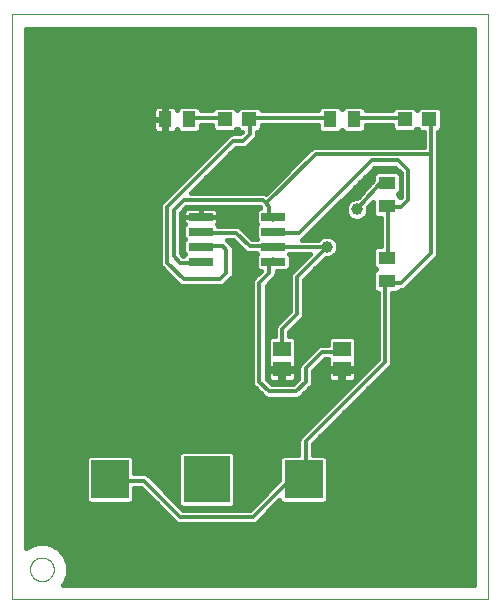
<source format=gtl>
G75*
%MOIN*%
%OFA0B0*%
%FSLAX25Y25*%
%IPPOS*%
%LPD*%
%AMOC8*
5,1,8,0,0,1.08239X$1,22.5*
%
%ADD10C,0.00000*%
%ADD11R,0.15354X0.15354*%
%ADD12R,0.12598X0.12598*%
%ADD13R,0.05906X0.05118*%
%ADD14R,0.08000X0.02600*%
%ADD15R,0.04724X0.04724*%
%ADD16R,0.05512X0.04331*%
%ADD17R,0.04331X0.05512*%
%ADD18C,0.01200*%
%ADD19C,0.01600*%
%ADD20C,0.03962*%
D10*
X0006800Y0006800D02*
X0006800Y0201761D01*
X0165501Y0201761D01*
X0165501Y0006800D01*
X0006800Y0006800D01*
X0012863Y0016800D02*
X0012865Y0016925D01*
X0012871Y0017050D01*
X0012881Y0017174D01*
X0012895Y0017298D01*
X0012912Y0017422D01*
X0012934Y0017545D01*
X0012960Y0017667D01*
X0012989Y0017789D01*
X0013022Y0017909D01*
X0013060Y0018028D01*
X0013100Y0018147D01*
X0013145Y0018263D01*
X0013193Y0018378D01*
X0013245Y0018492D01*
X0013301Y0018604D01*
X0013360Y0018714D01*
X0013422Y0018822D01*
X0013488Y0018929D01*
X0013557Y0019033D01*
X0013630Y0019134D01*
X0013705Y0019234D01*
X0013784Y0019331D01*
X0013866Y0019425D01*
X0013951Y0019517D01*
X0014038Y0019606D01*
X0014129Y0019692D01*
X0014222Y0019775D01*
X0014318Y0019856D01*
X0014416Y0019933D01*
X0014516Y0020007D01*
X0014619Y0020078D01*
X0014724Y0020145D01*
X0014832Y0020210D01*
X0014941Y0020270D01*
X0015052Y0020328D01*
X0015165Y0020381D01*
X0015279Y0020431D01*
X0015395Y0020478D01*
X0015512Y0020520D01*
X0015631Y0020559D01*
X0015751Y0020595D01*
X0015872Y0020626D01*
X0015994Y0020654D01*
X0016116Y0020677D01*
X0016240Y0020697D01*
X0016364Y0020713D01*
X0016488Y0020725D01*
X0016613Y0020733D01*
X0016738Y0020737D01*
X0016862Y0020737D01*
X0016987Y0020733D01*
X0017112Y0020725D01*
X0017236Y0020713D01*
X0017360Y0020697D01*
X0017484Y0020677D01*
X0017606Y0020654D01*
X0017728Y0020626D01*
X0017849Y0020595D01*
X0017969Y0020559D01*
X0018088Y0020520D01*
X0018205Y0020478D01*
X0018321Y0020431D01*
X0018435Y0020381D01*
X0018548Y0020328D01*
X0018659Y0020270D01*
X0018769Y0020210D01*
X0018876Y0020145D01*
X0018981Y0020078D01*
X0019084Y0020007D01*
X0019184Y0019933D01*
X0019282Y0019856D01*
X0019378Y0019775D01*
X0019471Y0019692D01*
X0019562Y0019606D01*
X0019649Y0019517D01*
X0019734Y0019425D01*
X0019816Y0019331D01*
X0019895Y0019234D01*
X0019970Y0019134D01*
X0020043Y0019033D01*
X0020112Y0018929D01*
X0020178Y0018822D01*
X0020240Y0018714D01*
X0020299Y0018604D01*
X0020355Y0018492D01*
X0020407Y0018378D01*
X0020455Y0018263D01*
X0020500Y0018147D01*
X0020540Y0018028D01*
X0020578Y0017909D01*
X0020611Y0017789D01*
X0020640Y0017667D01*
X0020666Y0017545D01*
X0020688Y0017422D01*
X0020705Y0017298D01*
X0020719Y0017174D01*
X0020729Y0017050D01*
X0020735Y0016925D01*
X0020737Y0016800D01*
X0020735Y0016675D01*
X0020729Y0016550D01*
X0020719Y0016426D01*
X0020705Y0016302D01*
X0020688Y0016178D01*
X0020666Y0016055D01*
X0020640Y0015933D01*
X0020611Y0015811D01*
X0020578Y0015691D01*
X0020540Y0015572D01*
X0020500Y0015453D01*
X0020455Y0015337D01*
X0020407Y0015222D01*
X0020355Y0015108D01*
X0020299Y0014996D01*
X0020240Y0014886D01*
X0020178Y0014778D01*
X0020112Y0014671D01*
X0020043Y0014567D01*
X0019970Y0014466D01*
X0019895Y0014366D01*
X0019816Y0014269D01*
X0019734Y0014175D01*
X0019649Y0014083D01*
X0019562Y0013994D01*
X0019471Y0013908D01*
X0019378Y0013825D01*
X0019282Y0013744D01*
X0019184Y0013667D01*
X0019084Y0013593D01*
X0018981Y0013522D01*
X0018876Y0013455D01*
X0018768Y0013390D01*
X0018659Y0013330D01*
X0018548Y0013272D01*
X0018435Y0013219D01*
X0018321Y0013169D01*
X0018205Y0013122D01*
X0018088Y0013080D01*
X0017969Y0013041D01*
X0017849Y0013005D01*
X0017728Y0012974D01*
X0017606Y0012946D01*
X0017484Y0012923D01*
X0017360Y0012903D01*
X0017236Y0012887D01*
X0017112Y0012875D01*
X0016987Y0012867D01*
X0016862Y0012863D01*
X0016738Y0012863D01*
X0016613Y0012867D01*
X0016488Y0012875D01*
X0016364Y0012887D01*
X0016240Y0012903D01*
X0016116Y0012923D01*
X0015994Y0012946D01*
X0015872Y0012974D01*
X0015751Y0013005D01*
X0015631Y0013041D01*
X0015512Y0013080D01*
X0015395Y0013122D01*
X0015279Y0013169D01*
X0015165Y0013219D01*
X0015052Y0013272D01*
X0014941Y0013330D01*
X0014831Y0013390D01*
X0014724Y0013455D01*
X0014619Y0013522D01*
X0014516Y0013593D01*
X0014416Y0013667D01*
X0014318Y0013744D01*
X0014222Y0013825D01*
X0014129Y0013908D01*
X0014038Y0013994D01*
X0013951Y0014083D01*
X0013866Y0014175D01*
X0013784Y0014269D01*
X0013705Y0014366D01*
X0013630Y0014466D01*
X0013557Y0014567D01*
X0013488Y0014671D01*
X0013422Y0014778D01*
X0013360Y0014886D01*
X0013301Y0014996D01*
X0013245Y0015108D01*
X0013193Y0015222D01*
X0013145Y0015337D01*
X0013100Y0015453D01*
X0013060Y0015572D01*
X0013022Y0015691D01*
X0012989Y0015811D01*
X0012960Y0015933D01*
X0012934Y0016055D01*
X0012912Y0016178D01*
X0012895Y0016302D01*
X0012881Y0016426D01*
X0012871Y0016550D01*
X0012865Y0016675D01*
X0012863Y0016800D01*
D11*
X0071800Y0046800D03*
D12*
X0104083Y0046800D03*
X0039517Y0046800D03*
D13*
X0096800Y0083454D03*
X0096800Y0090146D03*
X0116800Y0090146D03*
X0116800Y0083454D03*
D14*
X0093900Y0119300D03*
X0093900Y0124300D03*
X0093900Y0129300D03*
X0093900Y0134300D03*
X0069700Y0134300D03*
X0069700Y0129300D03*
X0069700Y0124300D03*
X0069700Y0119300D03*
D15*
X0077666Y0166800D03*
X0085934Y0166800D03*
X0137666Y0166800D03*
X0145934Y0166800D03*
D16*
X0131800Y0145737D03*
X0131800Y0137863D03*
X0131800Y0120737D03*
X0131800Y0112863D03*
D17*
X0120737Y0166800D03*
X0112863Y0166800D03*
X0065737Y0166800D03*
X0057863Y0166800D03*
D18*
X0065737Y0166800D02*
X0066200Y0167400D01*
X0077200Y0167400D01*
X0077666Y0166800D01*
X0080500Y0159700D02*
X0083800Y0159700D01*
X0086000Y0161900D01*
X0086000Y0166300D01*
X0085934Y0166800D01*
X0086000Y0167400D01*
X0112400Y0167400D01*
X0112863Y0166800D01*
X0120737Y0166800D02*
X0121200Y0167400D01*
X0136600Y0167400D01*
X0137666Y0166800D01*
X0145934Y0166800D02*
X0146500Y0166300D01*
X0146500Y0155300D01*
X0108000Y0155300D01*
X0091500Y0138800D01*
X0090400Y0139900D01*
X0064000Y0139900D01*
X0060700Y0136600D01*
X0060700Y0121200D01*
X0062900Y0119000D01*
X0069500Y0119000D01*
X0069700Y0119300D01*
X0069700Y0124300D02*
X0070600Y0124500D01*
X0077200Y0124500D01*
X0078300Y0123400D01*
X0078300Y0115700D01*
X0076100Y0113500D01*
X0064000Y0113500D01*
X0058500Y0119000D01*
X0058500Y0137700D01*
X0080500Y0159700D01*
X0091500Y0138800D02*
X0092600Y0137700D01*
X0092600Y0134400D01*
X0093700Y0133300D01*
X0093900Y0134300D01*
X0093900Y0129300D02*
X0094800Y0128900D01*
X0102500Y0128900D01*
X0126700Y0153100D01*
X0135500Y0153100D01*
X0138800Y0149800D01*
X0138800Y0139900D01*
X0136600Y0137700D01*
X0132200Y0137700D01*
X0131800Y0137863D01*
X0132200Y0137700D02*
X0132200Y0121200D01*
X0131800Y0120737D01*
X0131800Y0112863D02*
X0131100Y0112400D01*
X0131100Y0086000D01*
X0104700Y0059600D01*
X0104700Y0047500D01*
X0104083Y0046800D01*
X0103600Y0046400D01*
X0099200Y0046400D01*
X0087100Y0034300D01*
X0062900Y0034300D01*
X0050800Y0046400D01*
X0039800Y0046400D01*
X0039517Y0046800D01*
X0089300Y0079400D02*
X0089300Y0112400D01*
X0092600Y0115700D01*
X0092600Y0119000D01*
X0093700Y0120100D01*
X0093900Y0119300D01*
X0093900Y0124300D02*
X0093700Y0124500D01*
X0086000Y0124500D01*
X0081600Y0128900D01*
X0070600Y0128900D01*
X0069700Y0129300D01*
X0093900Y0124300D02*
X0111800Y0124300D01*
X0101800Y0114300D01*
X0101800Y0101800D01*
X0096800Y0096800D01*
X0096800Y0090146D01*
X0104700Y0083800D02*
X0104700Y0079400D01*
X0101400Y0076100D01*
X0092600Y0076100D01*
X0089300Y0079400D01*
X0104700Y0083800D02*
X0110200Y0089300D01*
X0116800Y0089300D01*
X0116800Y0090146D01*
X0132200Y0112400D02*
X0131800Y0112863D01*
X0132200Y0112400D02*
X0136600Y0112400D01*
X0146500Y0122300D01*
X0146500Y0155300D01*
X0131800Y0145737D02*
X0130737Y0146800D01*
X0121800Y0136800D01*
D19*
X0123942Y0133595D02*
X0125005Y0134658D01*
X0125581Y0136048D01*
X0125581Y0137429D01*
X0127244Y0139290D01*
X0127244Y0134952D01*
X0128298Y0133898D01*
X0129800Y0133898D01*
X0129800Y0124702D01*
X0128298Y0124702D01*
X0127244Y0123648D01*
X0127244Y0117826D01*
X0128270Y0116800D01*
X0127244Y0115774D01*
X0127244Y0109952D01*
X0128298Y0108898D01*
X0128700Y0108898D01*
X0128700Y0086994D01*
X0102665Y0060959D01*
X0102300Y0060077D01*
X0102300Y0054899D01*
X0097039Y0054899D01*
X0095984Y0053845D01*
X0095984Y0046578D01*
X0086106Y0036700D01*
X0063894Y0036700D01*
X0052159Y0048435D01*
X0051277Y0048800D01*
X0047616Y0048800D01*
X0047616Y0053845D01*
X0046561Y0054899D01*
X0032472Y0054899D01*
X0031417Y0053845D01*
X0031417Y0039755D01*
X0032472Y0038701D01*
X0046561Y0038701D01*
X0047616Y0039755D01*
X0047616Y0044000D01*
X0049806Y0044000D01*
X0060865Y0032941D01*
X0061541Y0032265D01*
X0062423Y0031900D01*
X0087577Y0031900D01*
X0088459Y0032265D01*
X0095984Y0039790D01*
X0095984Y0039755D01*
X0097039Y0038701D01*
X0111128Y0038701D01*
X0112183Y0039755D01*
X0112183Y0053845D01*
X0111128Y0054899D01*
X0107100Y0054899D01*
X0107100Y0058606D01*
X0132459Y0083965D01*
X0133135Y0084641D01*
X0133500Y0085523D01*
X0133500Y0108898D01*
X0135301Y0108898D01*
X0136356Y0109952D01*
X0136356Y0110000D01*
X0137077Y0110000D01*
X0137959Y0110365D01*
X0138635Y0111041D01*
X0148535Y0120941D01*
X0148900Y0121823D01*
X0148900Y0162638D01*
X0149042Y0162638D01*
X0150096Y0163692D01*
X0150096Y0169908D01*
X0149042Y0170962D01*
X0142826Y0170962D01*
X0141800Y0169936D01*
X0140774Y0170962D01*
X0134558Y0170962D01*
X0133504Y0169908D01*
X0133504Y0169800D01*
X0124702Y0169800D01*
X0124702Y0170301D01*
X0123648Y0171356D01*
X0117826Y0171356D01*
X0116800Y0170330D01*
X0115774Y0171356D01*
X0109952Y0171356D01*
X0108898Y0170301D01*
X0108898Y0169800D01*
X0090096Y0169800D01*
X0090096Y0169908D01*
X0089042Y0170962D01*
X0082826Y0170962D01*
X0081800Y0169936D01*
X0080774Y0170962D01*
X0074558Y0170962D01*
X0073504Y0169908D01*
X0073504Y0169800D01*
X0069702Y0169800D01*
X0069702Y0170301D01*
X0068648Y0171356D01*
X0062826Y0171356D01*
X0061772Y0170301D01*
X0061772Y0170004D01*
X0061706Y0170251D01*
X0061469Y0170661D01*
X0061134Y0170996D01*
X0060723Y0171233D01*
X0060265Y0171356D01*
X0058146Y0171356D01*
X0058146Y0167083D01*
X0057580Y0167083D01*
X0057580Y0171356D01*
X0055461Y0171356D01*
X0055003Y0171233D01*
X0054592Y0170996D01*
X0054257Y0170661D01*
X0054020Y0170251D01*
X0053898Y0169793D01*
X0053898Y0167083D01*
X0057580Y0167083D01*
X0057580Y0166517D01*
X0058146Y0166517D01*
X0058146Y0162244D01*
X0060265Y0162244D01*
X0060723Y0162367D01*
X0061134Y0162604D01*
X0061469Y0162939D01*
X0061706Y0163349D01*
X0061772Y0163596D01*
X0061772Y0163298D01*
X0062826Y0162244D01*
X0068648Y0162244D01*
X0069702Y0163298D01*
X0069702Y0165000D01*
X0073504Y0165000D01*
X0073504Y0163692D01*
X0074558Y0162638D01*
X0080774Y0162638D01*
X0081800Y0163664D01*
X0082826Y0162638D01*
X0083344Y0162638D01*
X0082806Y0162100D01*
X0080023Y0162100D01*
X0079141Y0161735D01*
X0078465Y0161059D01*
X0056465Y0139059D01*
X0056100Y0138177D01*
X0056100Y0118523D01*
X0056465Y0117641D01*
X0057141Y0116965D01*
X0062641Y0111465D01*
X0063523Y0111100D01*
X0076577Y0111100D01*
X0077459Y0111465D01*
X0078135Y0112141D01*
X0080335Y0114341D01*
X0080700Y0115223D01*
X0080700Y0123877D01*
X0080335Y0124759D01*
X0079659Y0125435D01*
X0078594Y0126500D01*
X0080606Y0126500D01*
X0083965Y0123141D01*
X0084641Y0122465D01*
X0085523Y0122100D01*
X0088254Y0122100D01*
X0088554Y0121800D01*
X0088100Y0121346D01*
X0088100Y0117254D01*
X0089154Y0116200D01*
X0089706Y0116200D01*
X0087265Y0113759D01*
X0086900Y0112877D01*
X0086900Y0078923D01*
X0087265Y0078041D01*
X0087941Y0077365D01*
X0091241Y0074065D01*
X0092123Y0073700D01*
X0101877Y0073700D01*
X0102759Y0074065D01*
X0103435Y0074741D01*
X0106735Y0078041D01*
X0107100Y0078923D01*
X0107100Y0082806D01*
X0111194Y0086900D01*
X0112047Y0086900D01*
X0112047Y0086842D01*
X0112174Y0086715D01*
X0112170Y0086707D01*
X0112047Y0086250D01*
X0112047Y0083933D01*
X0116320Y0083933D01*
X0116320Y0082974D01*
X0112047Y0082974D01*
X0112047Y0080658D01*
X0112170Y0080200D01*
X0112407Y0079789D01*
X0112742Y0079454D01*
X0113152Y0079217D01*
X0113610Y0079094D01*
X0116320Y0079094D01*
X0116320Y0082974D01*
X0117280Y0082974D01*
X0117280Y0083933D01*
X0121553Y0083933D01*
X0121553Y0086250D01*
X0121430Y0086707D01*
X0121426Y0086715D01*
X0121553Y0086842D01*
X0121553Y0093451D01*
X0120498Y0094505D01*
X0113102Y0094505D01*
X0112047Y0093451D01*
X0112047Y0091700D01*
X0109723Y0091700D01*
X0108841Y0091335D01*
X0103341Y0085835D01*
X0102665Y0085159D01*
X0102300Y0084277D01*
X0102300Y0080394D01*
X0100406Y0078500D01*
X0093594Y0078500D01*
X0091700Y0080394D01*
X0091700Y0111406D01*
X0093959Y0113665D01*
X0094635Y0114341D01*
X0095000Y0115223D01*
X0095000Y0116200D01*
X0098646Y0116200D01*
X0099700Y0117254D01*
X0099700Y0121346D01*
X0099246Y0121800D01*
X0099346Y0121900D01*
X0106006Y0121900D01*
X0099765Y0115659D01*
X0099400Y0114777D01*
X0099400Y0102794D01*
X0094765Y0098159D01*
X0094400Y0097277D01*
X0094400Y0094505D01*
X0093102Y0094505D01*
X0092047Y0093451D01*
X0092047Y0086842D01*
X0092174Y0086715D01*
X0092170Y0086707D01*
X0092047Y0086250D01*
X0092047Y0083933D01*
X0096320Y0083933D01*
X0096320Y0082974D01*
X0092047Y0082974D01*
X0092047Y0080658D01*
X0092170Y0080200D01*
X0092407Y0079789D01*
X0092742Y0079454D01*
X0093152Y0079217D01*
X0093610Y0079094D01*
X0096320Y0079094D01*
X0096320Y0082974D01*
X0097280Y0082974D01*
X0097280Y0083933D01*
X0101553Y0083933D01*
X0101553Y0086250D01*
X0101430Y0086707D01*
X0101426Y0086715D01*
X0101553Y0086842D01*
X0101553Y0093451D01*
X0100498Y0094505D01*
X0099200Y0094505D01*
X0099200Y0095806D01*
X0103159Y0099765D01*
X0103835Y0100441D01*
X0104200Y0101323D01*
X0104200Y0113306D01*
X0111413Y0120519D01*
X0112552Y0120519D01*
X0113942Y0121095D01*
X0115005Y0122158D01*
X0115581Y0123548D01*
X0115581Y0125052D01*
X0115005Y0126442D01*
X0113942Y0127505D01*
X0112552Y0128081D01*
X0111048Y0128081D01*
X0109658Y0127505D01*
X0108853Y0126700D01*
X0103460Y0126700D01*
X0103859Y0126865D01*
X0104535Y0127541D01*
X0127694Y0150700D01*
X0134506Y0150700D01*
X0136400Y0148806D01*
X0136400Y0140894D01*
X0136318Y0140812D01*
X0135330Y0141800D01*
X0136356Y0142826D01*
X0136356Y0148648D01*
X0135301Y0149702D01*
X0128298Y0149702D01*
X0127244Y0148648D01*
X0127244Y0146493D01*
X0121960Y0140581D01*
X0121048Y0140581D01*
X0119658Y0140005D01*
X0118595Y0138942D01*
X0118019Y0137552D01*
X0118019Y0136048D01*
X0118595Y0134658D01*
X0119658Y0133595D01*
X0121048Y0133019D01*
X0122552Y0133019D01*
X0123942Y0133595D01*
X0122705Y0133082D02*
X0129800Y0133082D01*
X0129800Y0131484D02*
X0108478Y0131484D01*
X0110076Y0133082D02*
X0120895Y0133082D01*
X0118585Y0134681D02*
X0111675Y0134681D01*
X0113274Y0136279D02*
X0118019Y0136279D01*
X0118154Y0137878D02*
X0114872Y0137878D01*
X0116471Y0139476D02*
X0119129Y0139476D01*
X0118069Y0141075D02*
X0122402Y0141075D01*
X0123830Y0142673D02*
X0119668Y0142673D01*
X0121266Y0144272D02*
X0125259Y0144272D01*
X0126688Y0145870D02*
X0122865Y0145870D01*
X0124463Y0147469D02*
X0127244Y0147469D01*
X0127664Y0149068D02*
X0126062Y0149068D01*
X0127660Y0150666D02*
X0134540Y0150666D01*
X0135936Y0149068D02*
X0136138Y0149068D01*
X0136356Y0147469D02*
X0136400Y0147469D01*
X0136356Y0145870D02*
X0136400Y0145870D01*
X0136356Y0144272D02*
X0136400Y0144272D01*
X0136400Y0142673D02*
X0136203Y0142673D01*
X0136055Y0141075D02*
X0136400Y0141075D01*
X0127244Y0137878D02*
X0125982Y0137878D01*
X0125581Y0136279D02*
X0127244Y0136279D01*
X0127515Y0134681D02*
X0125015Y0134681D01*
X0129800Y0129885D02*
X0106879Y0129885D01*
X0105281Y0128287D02*
X0129800Y0128287D01*
X0129800Y0126688D02*
X0114759Y0126688D01*
X0115565Y0125090D02*
X0129800Y0125090D01*
X0127244Y0123491D02*
X0115558Y0123491D01*
X0114740Y0121893D02*
X0127244Y0121893D01*
X0127244Y0120294D02*
X0111188Y0120294D01*
X0109590Y0118696D02*
X0127244Y0118696D01*
X0127973Y0117097D02*
X0107991Y0117097D01*
X0106393Y0115499D02*
X0127244Y0115499D01*
X0127244Y0113900D02*
X0104794Y0113900D01*
X0104200Y0112302D02*
X0127244Y0112302D01*
X0127244Y0110703D02*
X0104200Y0110703D01*
X0104200Y0109105D02*
X0128091Y0109105D01*
X0128700Y0107506D02*
X0104200Y0107506D01*
X0104200Y0105908D02*
X0128700Y0105908D01*
X0128700Y0104309D02*
X0104200Y0104309D01*
X0104200Y0102711D02*
X0128700Y0102711D01*
X0128700Y0101112D02*
X0104113Y0101112D01*
X0102908Y0099514D02*
X0128700Y0099514D01*
X0128700Y0097915D02*
X0101309Y0097915D01*
X0099711Y0096317D02*
X0128700Y0096317D01*
X0128700Y0094718D02*
X0099200Y0094718D01*
X0101553Y0093120D02*
X0112047Y0093120D01*
X0109291Y0091521D02*
X0101553Y0091521D01*
X0101553Y0089923D02*
X0107428Y0089923D01*
X0105830Y0088324D02*
X0101553Y0088324D01*
X0101436Y0086726D02*
X0104231Y0086726D01*
X0102652Y0085127D02*
X0101553Y0085127D01*
X0102300Y0083529D02*
X0097280Y0083529D01*
X0097280Y0082974D02*
X0101553Y0082974D01*
X0101553Y0080658D01*
X0101430Y0080200D01*
X0101193Y0079789D01*
X0100858Y0079454D01*
X0100448Y0079217D01*
X0099990Y0079094D01*
X0097280Y0079094D01*
X0097280Y0082974D01*
X0097280Y0081930D02*
X0096320Y0081930D01*
X0096320Y0080332D02*
X0097280Y0080332D01*
X0100639Y0078733D02*
X0093361Y0078733D01*
X0092135Y0080332D02*
X0091763Y0080332D01*
X0091700Y0081930D02*
X0092047Y0081930D01*
X0091700Y0083529D02*
X0096320Y0083529D01*
X0092047Y0085127D02*
X0091700Y0085127D01*
X0091700Y0086726D02*
X0092163Y0086726D01*
X0092047Y0088324D02*
X0091700Y0088324D01*
X0091700Y0089923D02*
X0092047Y0089923D01*
X0092047Y0091521D02*
X0091700Y0091521D01*
X0091700Y0093120D02*
X0092047Y0093120D01*
X0091700Y0094718D02*
X0094400Y0094718D01*
X0094400Y0096317D02*
X0091700Y0096317D01*
X0091700Y0097915D02*
X0094664Y0097915D01*
X0096120Y0099514D02*
X0091700Y0099514D01*
X0091700Y0101112D02*
X0097718Y0101112D01*
X0099317Y0102711D02*
X0091700Y0102711D01*
X0091700Y0104309D02*
X0099400Y0104309D01*
X0099400Y0105908D02*
X0091700Y0105908D01*
X0091700Y0107506D02*
X0099400Y0107506D01*
X0099400Y0109105D02*
X0091700Y0109105D01*
X0091700Y0110703D02*
X0099400Y0110703D01*
X0099400Y0112302D02*
X0092596Y0112302D01*
X0094194Y0113900D02*
X0099400Y0113900D01*
X0099699Y0115499D02*
X0095000Y0115499D01*
X0099543Y0117097D02*
X0101203Y0117097D01*
X0099700Y0118696D02*
X0102802Y0118696D01*
X0104400Y0120294D02*
X0099700Y0120294D01*
X0099338Y0121893D02*
X0105999Y0121893D01*
X0104535Y0127541D02*
X0104535Y0127541D01*
X0091393Y0142087D02*
X0105965Y0156659D01*
X0106641Y0157335D01*
X0107523Y0157700D01*
X0144100Y0157700D01*
X0144100Y0162638D01*
X0142826Y0162638D01*
X0141800Y0163664D01*
X0140774Y0162638D01*
X0134558Y0162638D01*
X0133504Y0163692D01*
X0133504Y0165000D01*
X0124702Y0165000D01*
X0124702Y0163298D01*
X0123648Y0162244D01*
X0117826Y0162244D01*
X0116800Y0163270D01*
X0115774Y0162244D01*
X0109952Y0162244D01*
X0108898Y0163298D01*
X0108898Y0165000D01*
X0090096Y0165000D01*
X0090096Y0163692D01*
X0089042Y0162638D01*
X0088400Y0162638D01*
X0088400Y0161423D01*
X0088035Y0160541D01*
X0087359Y0159865D01*
X0085159Y0157665D01*
X0084277Y0157300D01*
X0081494Y0157300D01*
X0066494Y0142300D01*
X0090877Y0142300D01*
X0091393Y0142087D01*
X0091979Y0142673D02*
X0066868Y0142673D01*
X0068466Y0144272D02*
X0093578Y0144272D01*
X0095176Y0145870D02*
X0070065Y0145870D01*
X0071663Y0147469D02*
X0096775Y0147469D01*
X0098373Y0149068D02*
X0073262Y0149068D01*
X0074860Y0150666D02*
X0099972Y0150666D01*
X0101570Y0152265D02*
X0076459Y0152265D01*
X0078057Y0153863D02*
X0103169Y0153863D01*
X0104767Y0155462D02*
X0079656Y0155462D01*
X0081254Y0157060D02*
X0106366Y0157060D01*
X0108898Y0163454D02*
X0089858Y0163454D01*
X0088400Y0161856D02*
X0144100Y0161856D01*
X0144100Y0160257D02*
X0087751Y0160257D01*
X0086153Y0158659D02*
X0144100Y0158659D01*
X0148900Y0158659D02*
X0160701Y0158659D01*
X0160701Y0160257D02*
X0148900Y0160257D01*
X0148900Y0161856D02*
X0160701Y0161856D01*
X0160701Y0163454D02*
X0149858Y0163454D01*
X0150096Y0165053D02*
X0160701Y0165053D01*
X0160701Y0166651D02*
X0150096Y0166651D01*
X0150096Y0168250D02*
X0160701Y0168250D01*
X0160701Y0169848D02*
X0150096Y0169848D01*
X0142010Y0163454D02*
X0141590Y0163454D01*
X0133742Y0163454D02*
X0124702Y0163454D01*
X0124702Y0169848D02*
X0133504Y0169848D01*
X0148900Y0157060D02*
X0160701Y0157060D01*
X0160701Y0155462D02*
X0148900Y0155462D01*
X0148900Y0153863D02*
X0160701Y0153863D01*
X0160701Y0152265D02*
X0148900Y0152265D01*
X0148900Y0150666D02*
X0160701Y0150666D01*
X0160701Y0149068D02*
X0148900Y0149068D01*
X0148900Y0147469D02*
X0160701Y0147469D01*
X0160701Y0145870D02*
X0148900Y0145870D01*
X0148900Y0144272D02*
X0160701Y0144272D01*
X0160701Y0142673D02*
X0148900Y0142673D01*
X0148900Y0141075D02*
X0160701Y0141075D01*
X0160701Y0139476D02*
X0148900Y0139476D01*
X0148900Y0137878D02*
X0160701Y0137878D01*
X0160701Y0136279D02*
X0148900Y0136279D01*
X0148900Y0134681D02*
X0160701Y0134681D01*
X0160701Y0133082D02*
X0148900Y0133082D01*
X0148900Y0131484D02*
X0160701Y0131484D01*
X0160701Y0129885D02*
X0148900Y0129885D01*
X0148900Y0128287D02*
X0160701Y0128287D01*
X0160701Y0126688D02*
X0148900Y0126688D01*
X0148900Y0125090D02*
X0160701Y0125090D01*
X0160701Y0123491D02*
X0148900Y0123491D01*
X0148900Y0121893D02*
X0160701Y0121893D01*
X0160701Y0120294D02*
X0147888Y0120294D01*
X0146290Y0118696D02*
X0160701Y0118696D01*
X0160701Y0117097D02*
X0144691Y0117097D01*
X0143093Y0115499D02*
X0160701Y0115499D01*
X0160701Y0113900D02*
X0141494Y0113900D01*
X0139896Y0112302D02*
X0160701Y0112302D01*
X0160701Y0110703D02*
X0138297Y0110703D01*
X0135509Y0109105D02*
X0160701Y0109105D01*
X0160701Y0107506D02*
X0133500Y0107506D01*
X0133500Y0105908D02*
X0160701Y0105908D01*
X0160701Y0104309D02*
X0133500Y0104309D01*
X0133500Y0102711D02*
X0160701Y0102711D01*
X0160701Y0101112D02*
X0133500Y0101112D01*
X0133500Y0099514D02*
X0160701Y0099514D01*
X0160701Y0097915D02*
X0133500Y0097915D01*
X0133500Y0096317D02*
X0160701Y0096317D01*
X0160701Y0094718D02*
X0133500Y0094718D01*
X0133500Y0093120D02*
X0160701Y0093120D01*
X0160701Y0091521D02*
X0133500Y0091521D01*
X0133500Y0089923D02*
X0160701Y0089923D01*
X0160701Y0088324D02*
X0133500Y0088324D01*
X0133500Y0086726D02*
X0160701Y0086726D01*
X0160701Y0085127D02*
X0133336Y0085127D01*
X0132023Y0083529D02*
X0160701Y0083529D01*
X0160701Y0081930D02*
X0130424Y0081930D01*
X0128826Y0080332D02*
X0160701Y0080332D01*
X0160701Y0078733D02*
X0127227Y0078733D01*
X0125629Y0077134D02*
X0160701Y0077134D01*
X0160701Y0075536D02*
X0124030Y0075536D01*
X0122432Y0073937D02*
X0160701Y0073937D01*
X0160701Y0072339D02*
X0120833Y0072339D01*
X0119235Y0070740D02*
X0160701Y0070740D01*
X0160701Y0069142D02*
X0117636Y0069142D01*
X0116038Y0067543D02*
X0160701Y0067543D01*
X0160701Y0065945D02*
X0114439Y0065945D01*
X0112841Y0064346D02*
X0160701Y0064346D01*
X0160701Y0062748D02*
X0111242Y0062748D01*
X0109643Y0061149D02*
X0160701Y0061149D01*
X0160701Y0059551D02*
X0108045Y0059551D01*
X0107100Y0057952D02*
X0160701Y0057952D01*
X0160701Y0056354D02*
X0107100Y0056354D01*
X0102855Y0061149D02*
X0011600Y0061149D01*
X0011600Y0059551D02*
X0102300Y0059551D01*
X0102300Y0057952D02*
X0011600Y0057952D01*
X0011600Y0056354D02*
X0102300Y0056354D01*
X0096895Y0054755D02*
X0081277Y0054755D01*
X0081277Y0055223D02*
X0080223Y0056277D01*
X0063377Y0056277D01*
X0062323Y0055223D01*
X0062323Y0038377D01*
X0063377Y0037323D01*
X0080223Y0037323D01*
X0081277Y0038377D01*
X0081277Y0055223D01*
X0081277Y0053157D02*
X0095984Y0053157D01*
X0095984Y0051558D02*
X0081277Y0051558D01*
X0081277Y0049960D02*
X0095984Y0049960D01*
X0095984Y0048361D02*
X0081277Y0048361D01*
X0081277Y0046763D02*
X0095984Y0046763D01*
X0094570Y0045164D02*
X0081277Y0045164D01*
X0081277Y0043566D02*
X0092972Y0043566D01*
X0091373Y0041967D02*
X0081277Y0041967D01*
X0081277Y0040369D02*
X0089775Y0040369D01*
X0088176Y0038770D02*
X0081277Y0038770D01*
X0086578Y0037172D02*
X0063422Y0037172D01*
X0062323Y0038770D02*
X0061824Y0038770D01*
X0062323Y0040369D02*
X0060225Y0040369D01*
X0058627Y0041967D02*
X0062323Y0041967D01*
X0062323Y0043566D02*
X0057028Y0043566D01*
X0055430Y0045164D02*
X0062323Y0045164D01*
X0062323Y0046763D02*
X0053831Y0046763D01*
X0052233Y0048361D02*
X0062323Y0048361D01*
X0062323Y0049960D02*
X0047616Y0049960D01*
X0047616Y0051558D02*
X0062323Y0051558D01*
X0062323Y0053157D02*
X0047616Y0053157D01*
X0046705Y0054755D02*
X0062323Y0054755D01*
X0051839Y0041967D02*
X0047616Y0041967D01*
X0047616Y0040369D02*
X0053437Y0040369D01*
X0055036Y0038770D02*
X0046631Y0038770D01*
X0047616Y0043566D02*
X0050240Y0043566D01*
X0056634Y0037172D02*
X0011600Y0037172D01*
X0011600Y0038770D02*
X0032402Y0038770D01*
X0031417Y0040369D02*
X0011600Y0040369D01*
X0011600Y0041967D02*
X0031417Y0041967D01*
X0031417Y0043566D02*
X0011600Y0043566D01*
X0011600Y0045164D02*
X0031417Y0045164D01*
X0031417Y0046763D02*
X0011600Y0046763D01*
X0011600Y0048361D02*
X0031417Y0048361D01*
X0031417Y0049960D02*
X0011600Y0049960D01*
X0011600Y0051558D02*
X0031417Y0051558D01*
X0031417Y0053157D02*
X0011600Y0053157D01*
X0011600Y0054755D02*
X0032328Y0054755D01*
X0011600Y0062748D02*
X0104454Y0062748D01*
X0106052Y0064346D02*
X0011600Y0064346D01*
X0011600Y0065945D02*
X0107651Y0065945D01*
X0109249Y0067543D02*
X0011600Y0067543D01*
X0011600Y0069142D02*
X0110848Y0069142D01*
X0112446Y0070740D02*
X0011600Y0070740D01*
X0011600Y0072339D02*
X0114045Y0072339D01*
X0115643Y0073937D02*
X0102451Y0073937D01*
X0104230Y0075536D02*
X0117242Y0075536D01*
X0118840Y0077134D02*
X0105829Y0077134D01*
X0107021Y0078733D02*
X0120439Y0078733D01*
X0120448Y0079217D02*
X0120858Y0079454D01*
X0121193Y0079789D01*
X0121430Y0080200D01*
X0121553Y0080658D01*
X0121553Y0082974D01*
X0117280Y0082974D01*
X0117280Y0079094D01*
X0119990Y0079094D01*
X0120448Y0079217D01*
X0121465Y0080332D02*
X0122037Y0080332D01*
X0121553Y0081930D02*
X0123636Y0081930D01*
X0125234Y0083529D02*
X0117280Y0083529D01*
X0116320Y0083529D02*
X0107823Y0083529D01*
X0107100Y0081930D02*
X0112047Y0081930D01*
X0112135Y0080332D02*
X0107100Y0080332D01*
X0109421Y0085127D02*
X0112047Y0085127D01*
X0112163Y0086726D02*
X0111020Y0086726D01*
X0116320Y0081930D02*
X0117280Y0081930D01*
X0117280Y0080332D02*
X0116320Y0080332D01*
X0121553Y0085127D02*
X0126833Y0085127D01*
X0128431Y0086726D02*
X0121436Y0086726D01*
X0121553Y0088324D02*
X0128700Y0088324D01*
X0128700Y0089923D02*
X0121553Y0089923D01*
X0121553Y0091521D02*
X0128700Y0091521D01*
X0128700Y0093120D02*
X0121553Y0093120D01*
X0102300Y0081930D02*
X0101553Y0081930D01*
X0101465Y0080332D02*
X0102237Y0080332D01*
X0091549Y0073937D02*
X0011600Y0073937D01*
X0011600Y0075536D02*
X0089770Y0075536D01*
X0088171Y0077134D02*
X0011600Y0077134D01*
X0011600Y0078733D02*
X0086979Y0078733D01*
X0086900Y0080332D02*
X0011600Y0080332D01*
X0011600Y0081930D02*
X0086900Y0081930D01*
X0086900Y0083529D02*
X0011600Y0083529D01*
X0011600Y0085127D02*
X0086900Y0085127D01*
X0086900Y0086726D02*
X0011600Y0086726D01*
X0011600Y0088324D02*
X0086900Y0088324D01*
X0086900Y0089923D02*
X0011600Y0089923D01*
X0011600Y0091521D02*
X0086900Y0091521D01*
X0086900Y0093120D02*
X0011600Y0093120D01*
X0011600Y0094718D02*
X0086900Y0094718D01*
X0086900Y0096317D02*
X0011600Y0096317D01*
X0011600Y0097915D02*
X0086900Y0097915D01*
X0086900Y0099514D02*
X0011600Y0099514D01*
X0011600Y0101112D02*
X0086900Y0101112D01*
X0086900Y0102711D02*
X0011600Y0102711D01*
X0011600Y0104309D02*
X0086900Y0104309D01*
X0086900Y0105908D02*
X0011600Y0105908D01*
X0011600Y0107506D02*
X0086900Y0107506D01*
X0086900Y0109105D02*
X0011600Y0109105D01*
X0011600Y0110703D02*
X0086900Y0110703D01*
X0086900Y0112302D02*
X0078296Y0112302D01*
X0079894Y0113900D02*
X0087406Y0113900D01*
X0089005Y0115499D02*
X0080700Y0115499D01*
X0080700Y0117097D02*
X0088257Y0117097D01*
X0088100Y0118696D02*
X0080700Y0118696D01*
X0080700Y0120294D02*
X0088100Y0120294D01*
X0088462Y0121893D02*
X0080700Y0121893D01*
X0080700Y0123491D02*
X0083615Y0123491D01*
X0082016Y0125090D02*
X0080004Y0125090D01*
X0084009Y0129885D02*
X0088100Y0129885D01*
X0088100Y0131346D02*
X0088100Y0127254D01*
X0088454Y0126900D01*
X0086994Y0126900D01*
X0082959Y0130935D01*
X0082077Y0131300D01*
X0081123Y0131300D01*
X0075500Y0131300D01*
X0075500Y0131346D01*
X0075046Y0131800D01*
X0075140Y0131895D01*
X0075377Y0132305D01*
X0075500Y0132763D01*
X0075500Y0134300D01*
X0075500Y0135837D01*
X0075377Y0136295D01*
X0075140Y0136705D01*
X0074805Y0137040D01*
X0074395Y0137277D01*
X0073937Y0137400D01*
X0069700Y0137400D01*
X0069700Y0134300D01*
X0069700Y0134300D01*
X0075500Y0134300D01*
X0069700Y0134300D01*
X0069700Y0134300D01*
X0069700Y0134300D01*
X0063900Y0134300D01*
X0063900Y0135837D01*
X0064023Y0136295D01*
X0064260Y0136705D01*
X0064595Y0137040D01*
X0065005Y0137277D01*
X0065463Y0137400D01*
X0069700Y0137400D01*
X0069700Y0134300D01*
X0063900Y0134300D01*
X0063900Y0132763D01*
X0064023Y0132305D01*
X0064260Y0131895D01*
X0064354Y0131800D01*
X0063900Y0131346D01*
X0063900Y0127254D01*
X0064354Y0126800D01*
X0063900Y0126346D01*
X0063900Y0122254D01*
X0064354Y0121800D01*
X0063954Y0121400D01*
X0063894Y0121400D01*
X0063100Y0122194D01*
X0063100Y0135606D01*
X0064994Y0137500D01*
X0089406Y0137500D01*
X0089506Y0137400D01*
X0089154Y0137400D01*
X0088100Y0136346D01*
X0088100Y0132254D01*
X0088554Y0131800D01*
X0088100Y0131346D01*
X0088238Y0131484D02*
X0075362Y0131484D01*
X0075500Y0133082D02*
X0088100Y0133082D01*
X0088100Y0134681D02*
X0075500Y0134681D01*
X0075381Y0136279D02*
X0088100Y0136279D01*
X0088100Y0128287D02*
X0085607Y0128287D01*
X0069700Y0134681D02*
X0069700Y0134681D01*
X0069700Y0136279D02*
X0069700Y0136279D01*
X0064019Y0136279D02*
X0063774Y0136279D01*
X0063900Y0134681D02*
X0063100Y0134681D01*
X0063100Y0133082D02*
X0063900Y0133082D01*
X0064038Y0131484D02*
X0063100Y0131484D01*
X0063100Y0129885D02*
X0063900Y0129885D01*
X0063900Y0128287D02*
X0063100Y0128287D01*
X0063100Y0126688D02*
X0064243Y0126688D01*
X0063900Y0125090D02*
X0063100Y0125090D01*
X0063100Y0123491D02*
X0063900Y0123491D01*
X0064262Y0121893D02*
X0063401Y0121893D01*
X0058607Y0115499D02*
X0011600Y0115499D01*
X0011600Y0117097D02*
X0057009Y0117097D01*
X0056100Y0118696D02*
X0011600Y0118696D01*
X0011600Y0120294D02*
X0056100Y0120294D01*
X0056100Y0121893D02*
X0011600Y0121893D01*
X0011600Y0123491D02*
X0056100Y0123491D01*
X0056100Y0125090D02*
X0011600Y0125090D01*
X0011600Y0126688D02*
X0056100Y0126688D01*
X0056100Y0128287D02*
X0011600Y0128287D01*
X0011600Y0129885D02*
X0056100Y0129885D01*
X0056100Y0131484D02*
X0011600Y0131484D01*
X0011600Y0133082D02*
X0056100Y0133082D01*
X0056100Y0134681D02*
X0011600Y0134681D01*
X0011600Y0136279D02*
X0056100Y0136279D01*
X0056100Y0137878D02*
X0011600Y0137878D01*
X0011600Y0139476D02*
X0056882Y0139476D01*
X0058481Y0141075D02*
X0011600Y0141075D01*
X0011600Y0142673D02*
X0060079Y0142673D01*
X0061678Y0144272D02*
X0011600Y0144272D01*
X0011600Y0145870D02*
X0063276Y0145870D01*
X0064875Y0147469D02*
X0011600Y0147469D01*
X0011600Y0149068D02*
X0066473Y0149068D01*
X0068072Y0150666D02*
X0011600Y0150666D01*
X0011600Y0152265D02*
X0069670Y0152265D01*
X0071269Y0153863D02*
X0011600Y0153863D01*
X0011600Y0155462D02*
X0072867Y0155462D01*
X0074466Y0157060D02*
X0011600Y0157060D01*
X0011600Y0158659D02*
X0076064Y0158659D01*
X0077663Y0160257D02*
X0011600Y0160257D01*
X0011600Y0161856D02*
X0079433Y0161856D01*
X0081590Y0163454D02*
X0082010Y0163454D01*
X0090096Y0169848D02*
X0108898Y0169848D01*
X0073504Y0169848D02*
X0069702Y0169848D01*
X0069702Y0163454D02*
X0073742Y0163454D01*
X0061772Y0163454D02*
X0061734Y0163454D01*
X0058146Y0163454D02*
X0057580Y0163454D01*
X0057580Y0162244D02*
X0057580Y0166517D01*
X0053898Y0166517D01*
X0053898Y0163807D01*
X0054020Y0163349D01*
X0054257Y0162939D01*
X0054592Y0162604D01*
X0055003Y0162367D01*
X0055461Y0162244D01*
X0057580Y0162244D01*
X0057580Y0165053D02*
X0058146Y0165053D01*
X0057580Y0166651D02*
X0011600Y0166651D01*
X0011600Y0165053D02*
X0053898Y0165053D01*
X0053992Y0163454D02*
X0011600Y0163454D01*
X0011600Y0168250D02*
X0053898Y0168250D01*
X0053912Y0169848D02*
X0011600Y0169848D01*
X0011600Y0171447D02*
X0160701Y0171447D01*
X0160701Y0173045D02*
X0011600Y0173045D01*
X0011600Y0174644D02*
X0160701Y0174644D01*
X0160701Y0176242D02*
X0011600Y0176242D01*
X0011600Y0177841D02*
X0160701Y0177841D01*
X0160701Y0179439D02*
X0011600Y0179439D01*
X0011600Y0181038D02*
X0160701Y0181038D01*
X0160701Y0182636D02*
X0011600Y0182636D01*
X0011600Y0184235D02*
X0160701Y0184235D01*
X0160701Y0185833D02*
X0011600Y0185833D01*
X0011600Y0187432D02*
X0160701Y0187432D01*
X0160701Y0189030D02*
X0011600Y0189030D01*
X0011600Y0190629D02*
X0160701Y0190629D01*
X0160701Y0192227D02*
X0011600Y0192227D01*
X0011600Y0193826D02*
X0160701Y0193826D01*
X0160701Y0195424D02*
X0011600Y0195424D01*
X0011600Y0196961D02*
X0160701Y0196961D01*
X0160701Y0011600D01*
X0023956Y0011600D01*
X0024207Y0011851D01*
X0025537Y0015062D01*
X0025537Y0018538D01*
X0024207Y0021749D01*
X0021749Y0024207D01*
X0018538Y0025537D01*
X0015062Y0025537D01*
X0011851Y0024207D01*
X0011600Y0023956D01*
X0011600Y0196961D01*
X0057580Y0169848D02*
X0058146Y0169848D01*
X0058146Y0168250D02*
X0057580Y0168250D01*
X0060206Y0113900D02*
X0011600Y0113900D01*
X0011600Y0112302D02*
X0061804Y0112302D01*
X0111272Y0054755D02*
X0160701Y0054755D01*
X0160701Y0053157D02*
X0112183Y0053157D01*
X0112183Y0051558D02*
X0160701Y0051558D01*
X0160701Y0049960D02*
X0112183Y0049960D01*
X0112183Y0048361D02*
X0160701Y0048361D01*
X0160701Y0046763D02*
X0112183Y0046763D01*
X0112183Y0045164D02*
X0160701Y0045164D01*
X0160701Y0043566D02*
X0112183Y0043566D01*
X0112183Y0041967D02*
X0160701Y0041967D01*
X0160701Y0040369D02*
X0112183Y0040369D01*
X0111198Y0038770D02*
X0160701Y0038770D01*
X0160701Y0037172D02*
X0093366Y0037172D01*
X0094964Y0038770D02*
X0096969Y0038770D01*
X0091767Y0035573D02*
X0160701Y0035573D01*
X0160701Y0033975D02*
X0090169Y0033975D01*
X0088570Y0032376D02*
X0160701Y0032376D01*
X0160701Y0030778D02*
X0011600Y0030778D01*
X0011600Y0032376D02*
X0061430Y0032376D01*
X0059831Y0033975D02*
X0011600Y0033975D01*
X0011600Y0035573D02*
X0058233Y0035573D01*
X0024440Y0021187D02*
X0160701Y0021187D01*
X0160701Y0022785D02*
X0023171Y0022785D01*
X0021322Y0024384D02*
X0160701Y0024384D01*
X0160701Y0025982D02*
X0011600Y0025982D01*
X0011600Y0024384D02*
X0012278Y0024384D01*
X0011600Y0027581D02*
X0160701Y0027581D01*
X0160701Y0029179D02*
X0011600Y0029179D01*
X0025102Y0019588D02*
X0160701Y0019588D01*
X0160701Y0017990D02*
X0025537Y0017990D01*
X0025537Y0016391D02*
X0160701Y0016391D01*
X0160701Y0014793D02*
X0025425Y0014793D01*
X0024763Y0013194D02*
X0160701Y0013194D01*
D20*
X0141800Y0056800D03*
X0116800Y0106800D03*
X0111800Y0124300D03*
X0121800Y0136800D03*
X0091800Y0151800D03*
X0084300Y0134300D03*
X0041800Y0151800D03*
X0041800Y0086800D03*
M02*

</source>
